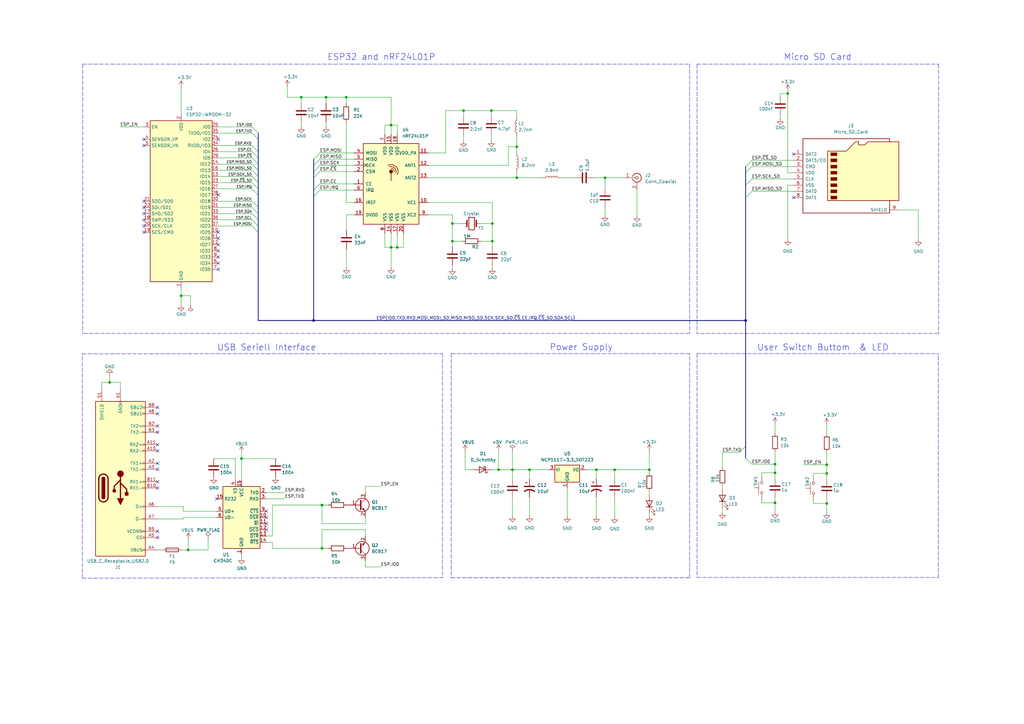
<source format=kicad_sch>
(kicad_sch (version 20211123) (generator eeschema)
  (paper "A3")
  (title_block (title "openDTU") (rev "1.0.1"))
  (lib_symbols
    (symbol "Connector:Conn_Coaxial" (pin_names (offset 1.016) hide)
      (property "Reference" "J" (at 0.254 3.048 0))
      (property "Value" "Conn_Coaxial" (at 2.921 0 90))
      (symbol "Conn_Coaxial_1_1"
        (pin passive line (at -5.08 0 0) (length 2.54) (name "In") (number "1"))
        (pin passive line (at 0 -5.08 90) (length 2.54) (name "Ext") (number "2"))
      )
    )
    (symbol "Connector:Micro_SD_Card" (pin_names (offset 1.016))
      (property "Reference" "J" (at -16.51 15.24 0))
      (property "Value" "Micro_SD_Card" (at 16.51 15.24 0))
      (symbol "Micro_SD_Card_1_1"
        (pin bidirectional line (at -22.86 7.62 0) (length 3.81) (name "DAT2") (number "1"))
        (pin bidirectional line (at -22.86 5.08 0) (length 3.81) (name "DAT3/CD") (number "2"))
        (pin input line (at -22.86 2.54 0) (length 3.81) (name "CMD") (number "3"))
        (pin power_in line (at -22.86 0 0) (length 3.81) (name "VDD") (number "4"))
        (pin input line (at -22.86 -2.54 0) (length 3.81) (name "CLK") (number "5"))
        (pin power_in line (at -22.86 -5.08 0) (length 3.81) (name "VSS") (number "6"))
        (pin bidirectional line (at -22.86 -7.62 0) (length 3.81) (name "DAT0") (number "7"))
        (pin bidirectional line (at -22.86 -10.16 0) (length 3.81) (name "DAT1") (number "8"))
        (pin passive line (at 20.32 -15.24 180) (length 3.81) (name "SHIELD") (number "9"))
      )
    )
    (symbol "Connector:USB_C_Plug" (pin_names (offset 1.016))
      (property "Reference" "P" (at -10.16 29.21 0))
      (property "Value" "USB_C_Plug" (at 10.16 29.21 0))
      (symbol "USB_C_Plug_1_1"
        (pin passive line (at 0 -40.64 90) (length 5.08) (name "GND") (number "A1"))
        (pin bidirectional line (at 15.24 -15.24 180) (length 5.08) (name "RX2-") (number "A10"))
        (pin bidirectional line (at 15.24 -17.78 180) (length 5.08) (name "RX2+") (number "A11"))
        (pin passive line (at 0 -40.64 90) (length 5.08) hide (name "GND") (number "A12"))
        (pin bidirectional line (at 15.24 -10.16 180) (length 5.08) (name "TX1+") (number "A2"))
        (pin bidirectional line (at 15.24 -7.62 180) (length 5.08) (name "TX1-") (number "A3"))
        (pin passive line (at 15.24 25.4 180) (length 5.08) (name "VBUS") (number "A4"))
        (pin bidirectional line (at 15.24 20.32 180) (length 5.08) (name "CC") (number "A5"))
        (pin bidirectional line (at 15.24 7.62 180) (length 5.08) (name "D+") (number "A6"))
        (pin bidirectional line (at 15.24 12.7 180) (length 5.08) (name "D-") (number "A7"))
        (pin bidirectional line (at 15.24 -30.48 180) (length 5.08) (name "SBU1") (number "A8"))
        (pin passive line (at 15.24 25.4 180) (length 5.08) hide (name "VBUS") (number "A9"))
        (pin passive line (at 0 -40.64 90) (length 5.08) hide (name "GND") (number "B1"))
        (pin bidirectional line (at 15.24 0 180) (length 5.08) (name "RX1-") (number "B10"))
        (pin bidirectional line (at 15.24 -2.54 180) (length 5.08) (name "RX1+") (number "B11"))
        (pin passive line (at 0 -40.64 90) (length 5.08) hide (name "GND") (number "B12"))
        (pin bidirectional line (at 15.24 -25.4 180) (length 5.08) (name "TX2+") (number "B2"))
        (pin bidirectional line (at 15.24 -22.86 180) (length 5.08) (name "TX2-") (number "B3"))
        (pin passive line (at 15.24 25.4 180) (length 5.08) hide (name "VBUS") (number "B4"))
        (pin bidirectional line (at 15.24 17.78 180) (length 5.08) (name "VCONN") (number "B5"))
        (pin bidirectional line (at 15.24 -33.02 180) (length 5.08) (name "SBU2") (number "B8"))
        (pin passive line (at 15.24 25.4 180) (length 5.08) hide (name "VBUS") (number "B9"))
        (pin passive line (at -7.62 -40.64 90) (length 5.08) (name "SHIELD") (number "S1"))
      )
    )
    (symbol "Device:C" (pin_numbers hide) (pin_names (offset 0.254))
      (property "Reference" "C" (at 0.635 2.54 0))
      (property "Value" "C" (at 0.635 -2.54 0))
      (symbol "C_1_1"
        (pin passive line (at 0 3.81 270) (length 2.794) (name "~") (number "1"))
        (pin passive line (at 0 -3.81 90) (length 2.794) (name "~") (number "2"))
      )
    )
    (symbol "Device:C_Polarized_US" (pin_numbers hide) (pin_names (offset 0.254) hide)
      (property "Reference" "C" (at 0.635 2.54 0))
      (property "Value" "C_Polarized_US" (at 0.635 -2.54 0))
      (symbol "C_Polarized_US_1_1"
        (pin passive line (at 0 3.81 270) (length 2.794) (name "~") (number "1"))
        (pin passive line (at 0 -3.81 90) (length 3.302) (name "~") (number "2"))
      )
    )
    (symbol "Device:Crystal" (pin_numbers hide) (pin_names (offset 1.016) hide)
      (property "Reference" "Y" (at 0 3.81 0))
      (property "Value" "Crystal" (at 0 -3.81 0))
      (symbol "Crystal_1_1"
        (pin passive line (at -3.81 0 0) (length 1.27) (name "1") (number "1"))
        (pin passive line (at 3.81 0 180) (length 1.27) (name "2") (number "2"))
      )
    )
    (symbol "Device:D_Schottky" (pin_numbers hide) (pin_names (offset 1.016) hide)
      (property "Reference" "D" (at 0 2.54 0))
      (property "Value" "D_Schottky" (at 0 -2.54 0))
      (symbol "D_Schottky_1_1"
        (pin passive line (at -3.81 0 0) (length 2.54) (name "K") (number "1"))
        (pin passive line (at 3.81 0 180) (length 2.54) (name "A") (number "2"))
      )
    )
    (symbol "Device:Fuse" (pin_numbers hide) (pin_names (offset 0))
      (property "Reference" "F" (at 2.032 0 90))
      (property "Value" "Fuse" (at -1.905 0 90))
      (symbol "Fuse_1_1"
        (pin passive line (at 0 3.81 270) (length 1.27) (name "~") (number "1"))
        (pin passive line (at 0 -3.81 90) (length 1.27) (name "~") (number "2"))
      )
    )
    (symbol "Device:L" (pin_numbers hide) (pin_names (offset 1.016) hide)
      (property "Reference" "L" (at -1.27 0 90))
      (property "Value" "L" (at 1.905 0 90))
      (symbol "L_1_1"
        (pin passive line (at 0 3.81 270) (length 1.27) (name "1") (number "1"))
        (pin passive line (at 0 -3.81 90) (length 1.27) (name "2") (number "2"))
      )
    )
    (symbol "Device:LED" (pin_numbers hide) (pin_names (offset 1.016) hide)
      (property "Reference" "D" (at 0 2.54 0))
      (property "Value" "LED" (at 0 -2.54 0))
      (symbol "LED_1_1"
        (pin passive line (at -3.81 0 0) (length 2.54) (name "K") (number "1"))
        (pin passive line (at 3.81 0 180) (length 2.54) (name "A") (number "2"))
      )
    )
    (symbol "Device:R" (pin_numbers hide) (pin_names (offset 0))
      (property "Reference" "R" (at 2.032 0 90))
      (property "Value" "R" (at 0 0 90))
      (symbol "R_1_1"
        (pin passive line (at 0 3.81 270) (length 1.27) (name "~") (number "1"))
        (pin passive line (at 0 -3.81 90) (length 1.27) (name "~") (number "2"))
      )
    )
    (symbol "Interface_USB:CH340C"
      (property "Reference" "U" (at -5.08 13.97 0))
      (property "Value" "CH340C" (at 1.27 13.97 0))
      (symbol "CH340C_1_1"
        (pin power_in line (at 0 -15.24 90) (length 2.54) (name "GND") (number "1"))
        (pin input line (at 10.16 0 180) (length 2.54) (name "~{DSR}") (number "10"))
        (pin input line (at 10.16 -2.54 180) (length 2.54) (name "~{RI}") (number "11"))
        (pin input line (at 10.16 -5.08 180) (length 2.54) (name "~{DCD}") (number "12"))
        (pin output line (at 10.16 -7.62 180) (length 2.54) (name "~{DTR}") (number "13"))
        (pin output line (at 10.16 -10.16 180) (length 2.54) (name "~{RTS}") (number "14"))
        (pin input line (at -10.16 7.62 0) (length 2.54) (name "R232") (number "15"))
        (pin power_in line (at 0 15.24 270) (length 2.54) (name "VCC") (number "16"))
        (pin output line (at 10.16 10.16 180) (length 2.54) (name "TXD") (number "2"))
        (pin input line (at 10.16 7.62 180) (length 2.54) (name "RXD") (number "3"))
        (pin passive line (at -2.54 15.24 270) (length 2.54) (name "V3") (number "4"))
        (pin bidirectional line (at -10.16 2.54 0) (length 2.54) (name "UD+") (number "5"))
        (pin bidirectional line (at -10.16 0 0) (length 2.54) (name "UD-") (number "6"))
        (pin no_connect line (at -7.62 -7.62 0) (length 2.54) hide (name "NC") (number "7"))
        (pin no_connect line (at -7.62 -10.16 0) (length 2.54) hide (name "NC") (number "8"))
        (pin input line (at 10.16 2.54 180) (length 2.54) (name "~{CTS}") (number "9"))
      )
    )
    (symbol "RF:nRF24L01P" (pin_names (offset 1.016))
      (property "Reference" "U" (at -11.43 17.78 0))
      (property "Value" "nRF24L01P" (at 5.08 17.78 0))
      (symbol "nRF24L01P_1_1"
        (pin input line (at -15.24 0 0) (length 3.81) (name "CE") (number "1"))
        (pin passive line (at 15.24 -7.62 180) (length 3.81) (name "XC1") (number "10"))
        (pin power_out line (at 15.24 12.7 180) (length 3.81) (name "VDD_PA") (number "11"))
        (pin passive line (at 15.24 7.62 180) (length 3.81) (name "ANT1") (number "12"))
        (pin passive line (at 15.24 2.54 180) (length 3.81) (name "ANT2") (number "13"))
        (pin power_in line (at 0 -20.32 90) (length 3.81) (name "VSS") (number "14"))
        (pin power_in line (at 0 20.32 270) (length 3.81) (name "VDD") (number "15"))
        (pin passive line (at -15.24 -7.62 0) (length 3.81) (name "IREF") (number "16"))
        (pin power_in line (at 2.54 -20.32 90) (length 3.81) (name "VSS") (number "17"))
        (pin power_in line (at 2.54 20.32 270) (length 3.81) (name "VDD") (number "18"))
        (pin power_out line (at -15.24 -12.7 0) (length 3.81) (name "DVDD") (number "19"))
        (pin input line (at -15.24 5.08 0) (length 3.81) (name "CSN") (number "2"))
        (pin power_in line (at 5.08 -20.32 90) (length 3.81) (name "VSS") (number "20"))
        (pin input clock (at -15.24 7.62 0) (length 3.81) (name "SCK") (number "3"))
        (pin input line (at -15.24 12.7 0) (length 3.81) (name "MOSI") (number "4"))
        (pin output line (at -15.24 10.16 0) (length 3.81) (name "MISO") (number "5"))
        (pin output line (at -15.24 -2.54 0) (length 3.81) (name "IRQ") (number "6"))
        (pin power_in line (at -2.54 20.32 270) (length 3.81) (name "VDD") (number "7"))
        (pin power_in line (at -2.54 -20.32 90) (length 3.81) (name "VSS") (number "8"))
        (pin passive line (at 15.24 -12.7 180) (length 3.81) (name "XC2") (number "9"))
      )
    )
    (symbol "RF_Module:ESP32-WROOM-32"
      (property "Reference" "U" (at -12.7 34.29 0))
      (property "Value" "ESP32-WROOM-32" (at 1.27 34.29 0))
      (symbol "ESP32-WROOM-32_1_1"
        (pin power_in line (at 0 -35.56 90) (length 2.54) (name "GND") (number "1"))
        (pin bidirectional line (at 15.24 -12.7 180) (length 2.54) (name "IO25") (number "10"))
        (pin bidirectional line (at 15.24 -15.24 180) (length 2.54) (name "IO26") (number "11"))
        (pin bidirectional line (at 15.24 -17.78 180) (length 2.54) (name "IO27") (number "12"))
        (pin bidirectional line (at 15.24 10.16 180) (length 2.54) (name "IO14") (number "13"))
        (pin bidirectional line (at 15.24 15.24 180) (length 2.54) (name "IO12") (number "14"))
        (pin passive line (at 0 -35.56 90) (length 2.54) hide (name "GND") (number "15"))
        (pin bidirectional line (at 15.24 12.7 180) (length 2.54) (name "IO13") (number "16"))
        (pin bidirectional line (at -15.24 -5.08 0) (length 2.54) (name "SHD/SD2") (number "17"))
        (pin bidirectional line (at -15.24 -7.62 0) (length 2.54) (name "SWP/SD3") (number "18"))
        (pin bidirectional line (at -15.24 -12.7 0) (length 2.54) (name "SCS/CMD") (number "19"))
        (pin power_in line (at 0 35.56 270) (length 2.54) (name "VDD") (number "2"))
        (pin bidirectional line (at -15.24 -10.16 0) (length 2.54) (name "SCK/CLK") (number "20"))
        (pin bidirectional line (at -15.24 0 0) (length 2.54) (name "SDO/SD0") (number "21"))
        (pin bidirectional line (at -15.24 -2.54 0) (length 2.54) (name "SDI/SD1") (number "22"))
        (pin bidirectional line (at 15.24 7.62 180) (length 2.54) (name "IO15") (number "23"))
        (pin bidirectional line (at 15.24 25.4 180) (length 2.54) (name "IO2") (number "24"))
        (pin bidirectional line (at 15.24 30.48 180) (length 2.54) (name "IO0") (number "25"))
        (pin bidirectional line (at 15.24 20.32 180) (length 2.54) (name "IO4") (number "26"))
        (pin bidirectional line (at 15.24 5.08 180) (length 2.54) (name "IO16") (number "27"))
        (pin bidirectional line (at 15.24 2.54 180) (length 2.54) (name "IO17") (number "28"))
        (pin bidirectional line (at 15.24 17.78 180) (length 2.54) (name "IO5") (number "29"))
        (pin input line (at -15.24 30.48 0) (length 2.54) (name "EN") (number "3"))
        (pin bidirectional line (at 15.24 0 180) (length 2.54) (name "IO18") (number "30"))
        (pin bidirectional line (at 15.24 -2.54 180) (length 2.54) (name "IO19") (number "31"))
        (pin no_connect line (at -12.7 -27.94 0) (length 2.54) hide (name "NC") (number "32"))
        (pin bidirectional line (at 15.24 -5.08 180) (length 2.54) (name "IO21") (number "33"))
        (pin bidirectional line (at 15.24 22.86 180) (length 2.54) (name "RXD0/IO3") (number "34"))
        (pin bidirectional line (at 15.24 27.94 180) (length 2.54) (name "TXD0/IO1") (number "35"))
        (pin bidirectional line (at 15.24 -7.62 180) (length 2.54) (name "IO22") (number "36"))
        (pin bidirectional line (at 15.24 -10.16 180) (length 2.54) (name "IO23") (number "37"))
        (pin passive line (at 0 -35.56 90) (length 2.54) hide (name "GND") (number "38"))
        (pin passive line (at 0 -35.56 90) (length 2.54) hide (name "GND") (number "39"))
        (pin input line (at -15.24 25.4 0) (length 2.54) (name "SENSOR_VP") (number "4"))
        (pin input line (at -15.24 22.86 0) (length 2.54) (name "SENSOR_VN") (number "5"))
        (pin input line (at 15.24 -25.4 180) (length 2.54) (name "IO34") (number "6"))
        (pin input line (at 15.24 -27.94 180) (length 2.54) (name "IO35") (number "7"))
        (pin bidirectional line (at 15.24 -20.32 180) (length 2.54) (name "IO32") (number "8"))
        (pin bidirectional line (at 15.24 -22.86 180) (length 2.54) (name "IO33") (number "9"))
      )
    )
    (symbol "Regulator_Linear:NCP1117-3.3_SOT223" (pin_names (offset 0.254))
      (property "Reference" "U" (at -3.81 3.175 0))
      (property "Value" "NCP1117-3.3_SOT223" (at 0 3.175 0))
      (symbol "NCP1117-3.3_SOT223_1_1"
        (pin power_in line (at 0 -7.62 90) (length 2.54) (name "GND") (number "1"))
        (pin power_out line (at 7.62 0 180) (length 2.54) (name "VO") (number "2"))
        (pin power_in line (at -7.62 0 0) (length 2.54) (name "VI") (number "3"))
      )
    )
    (symbol "Switch:SW_Push" (pin_numbers hide) (pin_names (offset 1.016) hide)
      (property "Reference" "SW" (at 1.27 2.54 0))
      (property "Value" "SW_Push" (at 0 -1.524 0))
      (symbol "SW_Push_0_1"
        (pin passive line (at -5.08 0 0) (length 2.54) (name "1") (number "1"))
        (pin passive line (at 5.08 0 180) (length 2.54) (name "2") (number "2"))
      )
    )
    (symbol "Transistor_BJT:BC817" (pin_names (offset 0) hide)
      (property "Reference" "Q" (at 5.08 1.905 0))
      (property "Value" "BC817" (at 5.08 0 0))
      (symbol "BC817_1_1"
        (pin input line (at -5.08 0 0) (length 5.715) (name "B") (number "1"))
        (pin passive line (at 2.54 -5.08 90) (length 2.54) (name "E") (number "2"))
        (pin passive line (at 2.54 5.08 270) (length 2.54) (name "C") (number "3"))
      )
    )
    (symbol "power:+3.3V" (power) (pin_names (offset 0))
      (property "Value" "+3.3V" (at 0 3.556 0))
      (symbol "+3.3V_1_1"
        (pin power_in line (at 0 0 90) (length 0) hide (name "+3.3V") (number "1"))
      )
    )
    (symbol "power:+5V" (power) (pin_names (offset 0))
      (property "Value" "+5V" (at 0 3.556 0))
      (symbol "+5V_1_1"
        (pin power_in line (at 0 0 90) (length 0) hide (name "+5V") (number "1"))
      )
    )
    (symbol "power:GND" (power) (pin_names (offset 0))
      (property "Value" "GND" (at 0 -3.81 0))
      (symbol "GND_1_1"
        (pin power_in line (at 0 0 270) (length 0) hide (name "GND") (number "1"))
      )
    )
    (symbol "power:PWR_FLAG" (power) (pin_numbers hide) (pin_names (offset 0) hide)
      (property "Value" "PWR_FLAG" (at 0 3.81 0))
      (symbol "PWR_FLAG_0_0"
        (pin power_out line (at 0 0 90) (length 0) (name "pwr") (number "1"))
      )
    )
    (symbol "power:VBUS" (power) (pin_names (offset 0))
      (property "Value" "VBUS" (at 0 3.81 0))
      (symbol "VBUS_1_1"
        (pin power_in line (at 0 0 90) (length 0) hide (name "VBUS") (number "1"))
      )
    )
  )
  (bus_alias "ESP" (members "MOSI" "MISO" "SCK" "CE" "IRQ" "~{CS}" "TXD" "RXD" "IO0" "MOSI_SD" "MISO_SD" "SCK_SD" "SDA" "SCL" "~{CS}_SD"))
  (junction (at 317.881 206.248))
  (junction (at 217.17 192.659))
  (junction (at 162.941 101.473))
  (junction (at 339.09 190.627))
  (junction (at 201.93 91.694))
  (junction (at 244.602 192.659))
  (junction (at 185.547 91.694))
  (junction (at 185.547 98.933))
  (junction (at 317.881 190.373))
  (junction (at 190.119 45.339))
  (junction (at 133.731 39.878))
  (junction (at 252.095 192.659))
  (junction (at 211.963 72.898))
  (junction (at 74.295 121.285))
  (junction (at 132.08 207.137))
  (junction (at 141.986 39.878))
  (junction (at 128.651 131.445))
  (junction (at 339.09 194.183))
  (junction (at 99.06 188.087))
  (junction (at 132.08 224.917))
  (junction (at 211.963 60.198))
  (junction (at 323.088 38.354))
  (junction (at 339.09 206.502))
  (junction (at 204.47 192.659))
  (junction (at 248.158 72.898))
  (junction (at 123.571 39.878))
  (junction (at 160.401 51.308))
  (junction (at 77.216 225.552))
  (junction (at 317.881 193.929))
  (junction (at 201.549 45.339))
  (junction (at 44.958 156.845))
  (junction (at 210.185 192.659))
  (junction (at 305.816 131.445))
  (junction (at 201.93 98.933))
  (junction (at 266.319 192.659))
  (junction (at 160.401 101.473))
  (no_connect (at 109.22 212.217))
  (no_connect (at 109.22 209.677))
  (no_connect (at 325.501 63.246))
  (no_connect (at 325.501 81.026))
  (no_connect (at 109.22 217.297))
  (no_connect (at 64.643 174.752))
  (no_connect (at 64.643 177.292))
  (no_connect (at 64.643 182.372))
  (no_connect (at 64.643 184.912))
  (no_connect (at 64.643 189.992))
  (no_connect (at 64.643 192.532))
  (no_connect (at 64.643 197.612))
  (no_connect (at 64.643 200.152))
  (no_connect (at 59.055 95.25))
  (no_connect (at 59.055 92.71))
  (no_connect (at 59.055 87.63))
  (no_connect (at 59.055 85.09))
  (no_connect (at 59.055 90.17))
  (no_connect (at 59.055 82.55))
  (no_connect (at 59.055 57.15))
  (no_connect (at 59.055 59.69))
  (no_connect (at 109.22 214.757))
  (no_connect (at 89.535 107.95))
  (no_connect (at 89.535 80.01))
  (no_connect (at 89.535 57.15))
  (no_connect (at 89.535 100.33))
  (no_connect (at 89.535 110.49))
  (no_connect (at 89.535 95.25))
  (no_connect (at 89.535 105.41))
  (no_connect (at 89.535 97.79))
  (no_connect (at 89.535 102.87))
  (no_connect (at 64.643 167.132))
  (no_connect (at 64.643 169.672))
  (no_connect (at 64.643 217.932))
  (no_connect (at 64.643 220.472))
  (no_connect (at 88.9 204.597))
  (bus_entry (at 128.651 72.898) (size 2.54 -2.54))
  (bus_entry (at 128.651 70.358) (size 2.54 -2.54))
  (bus_entry (at 128.651 65.278) (size 2.54 -2.54))
  (bus_entry (at 128.651 67.818) (size 2.54 -2.54))
  (bus_entry (at 128.651 77.978) (size 2.54 -2.54))
  (bus_entry (at 128.651 80.518) (size 2.54 -2.54))
  (bus_entry (at 103.378 74.93) (size 2.54 2.54))
  (bus_entry (at 103.378 72.39) (size 2.54 2.54))
  (bus_entry (at 103.378 69.85) (size 2.54 2.54))
  (bus_entry (at 103.378 87.63) (size 2.54 2.54))
  (bus_entry (at 305.816 187.833) (size 2.54 2.54))
  (bus_entry (at 103.378 90.17) (size 2.54 2.54))
  (bus_entry (at 103.378 67.31) (size 2.54 2.54))
  (bus_entry (at 305.816 68.326) (size 2.54 -2.54))
  (bus_entry (at 103.378 59.69) (size 2.54 2.54))
  (bus_entry (at 103.378 52.07) (size 2.54 2.54))
  (bus_entry (at 103.378 54.61) (size 2.54 2.54))
  (bus_entry (at 103.378 85.09) (size 2.54 2.54))
  (bus_entry (at 103.378 64.77) (size 2.54 2.54))
  (bus_entry (at 103.378 92.71) (size 2.54 2.54))
  (bus_entry (at 103.378 82.55) (size 2.54 2.54))
  (bus_entry (at 103.378 77.47) (size 2.54 2.54))
  (bus_entry (at 103.378 62.23) (size 2.54 2.54))
  (bus_entry (at 303.276 185.547) (size 2.54 -2.54))
  (bus_entry (at 305.816 81.026) (size 2.54 -2.54))
  (bus_entry (at 305.816 75.946) (size 2.54 -2.54))
  (bus_entry (at 305.816 70.866) (size 2.54 -2.54))
  (wire (pts (xy 99.06 188.087) (xy 113.03 188.087)))
  (wire (pts (xy 89.535 52.07) (xy 103.378 52.07)))
  (wire (pts (xy 248.158 72.898) (xy 256.159 72.898)))
  (bus (pts (xy 105.918 85.09) (xy 105.918 87.63)))
  (wire (pts (xy 89.535 64.77) (xy 103.378 64.77)))
  (wire (pts (xy 162.941 101.473) (xy 160.401 101.473)))
  (wire (pts (xy 296.291 185.547) (xy 303.276 185.547)))
  (wire (pts (xy 99.06 185.547) (xy 99.06 188.087)))
  (wire (pts (xy 201.93 98.933) (xy 201.93 101.219)))
  (wire (pts (xy 296.291 208.2038) (xy 296.291 210.0834)))
  (wire (pts (xy 89.535 87.63) (xy 103.378 87.63)))
  (wire (pts (xy 131.191 75.438) (xy 145.161 75.438)))
  (wire (pts (xy 190.754 185.039) (xy 190.754 192.659)))
  (wire (pts (xy 339.09 174.117) (xy 339.09 177.927)))
  (wire (pts (xy 333.629 205.359) (xy 333.629 206.502)))
  (bus (pts (xy 105.918 67.31) (xy 105.918 69.85)))
  (bus (pts (xy 105.918 62.23) (xy 105.918 64.77)))
  (polyline (pts (xy 285.877 26.289) (xy 285.877 136.779)))
  (wire (pts (xy 232.664 200.279) (xy 232.664 211.709)))
  (wire (pts (xy 308.356 78.486) (xy 325.501 78.486)))
  (bus (pts (xy 305.816 68.326) (xy 305.816 70.866)))
  (wire (pts (xy 160.401 95.758) (xy 160.401 101.473)))
  (wire (pts (xy 368.681 86.106) (xy 376.682 86.106)))
  (wire (pts (xy 244.602 192.659) (xy 252.095 192.659)))
  (wire (pts (xy 131.191 62.738) (xy 145.161 62.738)))
  (wire (pts (xy 266.319 184.785) (xy 266.319 192.659)))
  (wire (pts (xy 211.963 48.133) (xy 211.963 45.339)))
  (wire (pts (xy 308.356 73.406) (xy 325.501 73.406)))
  (wire (pts (xy 75.184 207.772) (xy 75.184 209.677)))
  (wire (pts (xy 142.113 102.108) (xy 142.113 109.728)))
  (wire (pts (xy 252.095 203.962) (xy 252.095 211.963)))
  (wire (pts (xy 323.088 37.211) (xy 323.088 38.354)))
  (bus (pts (xy 105.918 57.15) (xy 105.918 62.23)))
  (polyline (pts (xy 384.937 26.289) (xy 384.937 136.779)))
  (wire (pts (xy 201.93 98.933) (xy 197.231 98.933)))
  (wire (pts (xy 49.403 159.512) (xy 49.403 156.845)))
  (wire (pts (xy 85.344 220.98) (xy 85.344 225.552)))
  (wire (pts (xy 312.42 193.929) (xy 317.881 193.929)))
  (wire (pts (xy 211.963 60.198) (xy 211.963 62.738)))
  (bus (pts (xy 105.918 80.01) (xy 105.918 85.09)))
  (bus (pts (xy 105.918 131.445) (xy 128.651 131.445)))
  (wire (pts (xy 230.124 72.898) (xy 235.839 72.898)))
  (wire (pts (xy 323.088 38.354) (xy 323.088 70.866)))
  (wire (pts (xy 89.535 59.69) (xy 103.378 59.69)))
  (wire (pts (xy 123.571 39.878) (xy 133.731 39.878)))
  (wire (pts (xy 185.547 108.839) (xy 185.547 110.109)))
  (wire (pts (xy 133.731 39.878) (xy 141.986 39.878)))
  (wire (pts (xy 185.547 98.933) (xy 189.611 98.933)))
  (bus (pts (xy 105.918 69.85) (xy 105.918 72.39)))
  (wire (pts (xy 74.295 35.687) (xy 74.295 46.99)))
  (wire (pts (xy 248.158 84.963) (xy 248.158 88.265)))
  (wire (pts (xy 201.549 55.372) (xy 201.549 57.658)))
  (wire (pts (xy 208.534 60.198) (xy 211.963 60.198)))
  (wire (pts (xy 201.676 192.659) (xy 204.47 192.659)))
  (wire (pts (xy 190.119 47.879) (xy 190.119 45.339)))
  (wire (pts (xy 89.535 90.17) (xy 103.378 90.17)))
  (wire (pts (xy 131.191 67.818) (xy 145.161 67.818)))
  (wire (pts (xy 64.643 225.552) (xy 66.802 225.552)))
  (wire (pts (xy 75.184 212.217) (xy 75.184 212.852)))
  (wire (pts (xy 41.783 156.845) (xy 44.958 156.845)))
  (wire (pts (xy 44.958 156.845) (xy 49.403 156.845)))
  (wire (pts (xy 210.185 192.659) (xy 210.185 196.469)))
  (wire (pts (xy 339.09 206.502) (xy 339.09 210.185)))
  (wire (pts (xy 131.191 65.278) (xy 145.161 65.278)))
  (wire (pts (xy 312.42 194.945) (xy 312.42 193.929)))
  (wire (pts (xy 261.239 77.978) (xy 261.239 88.519)))
  (polyline (pts (xy 285.877 145.034) (xy 285.877 236.855)))
  (wire (pts (xy 376.682 86.106) (xy 376.682 98.171)))
  (wire (pts (xy 190.754 192.659) (xy 194.056 192.659)))
  (wire (pts (xy 142.113 88.138) (xy 142.113 94.488)))
  (wire (pts (xy 149.86 217.297) (xy 149.86 219.837)))
  (wire (pts (xy 75.184 212.852) (xy 64.643 212.852)))
  (wire (pts (xy 117.856 35.433) (xy 117.856 39.878)))
  (wire (pts (xy 210.185 185.039) (xy 210.185 192.659)))
  (bus (pts (xy 105.918 74.93) (xy 105.918 77.47)))
  (wire (pts (xy 141.986 50.165) (xy 141.986 83.058)))
  (wire (pts (xy 211.963 70.358) (xy 211.963 72.898)))
  (bus (pts (xy 105.918 95.25) (xy 105.918 131.445)))
  (wire (pts (xy 132.08 207.137) (xy 132.08 214.757)))
  (wire (pts (xy 64.643 207.772) (xy 75.184 207.772)))
  (wire (pts (xy 266.319 192.659) (xy 252.095 192.659)))
  (wire (pts (xy 132.08 207.137) (xy 134.62 207.137)))
  (wire (pts (xy 96.52 188.087) (xy 87.63 188.087)))
  (wire (pts (xy 44.958 153.924) (xy 44.958 156.845)))
  (wire (pts (xy 149.86 199.517) (xy 156.21 199.517)))
  (polyline (pts (xy 285.877 26.289) (xy 384.937 26.289)))
  (wire (pts (xy 162.941 51.308) (xy 160.401 51.308)))
  (wire (pts (xy 296.291 199.3138) (xy 296.291 200.5838)))
  (wire (pts (xy 89.535 67.31) (xy 103.378 67.31)))
  (wire (pts (xy 243.459 72.898) (xy 248.158 72.898)))
  (bus (pts (xy 128.651 65.278) (xy 128.651 67.818)))
  (wire (pts (xy 320.04 39.624) (xy 320.04 38.354)))
  (wire (pts (xy 160.401 51.308) (xy 160.401 55.118)))
  (wire (pts (xy 132.08 224.917) (xy 134.62 224.917)))
  (wire (pts (xy 296.291 185.547) (xy 296.291 191.6938)))
  (wire (pts (xy 201.93 108.839) (xy 201.93 109.982)))
  (wire (pts (xy 329.565 190.627) (xy 339.09 190.627)))
  (wire (pts (xy 157.861 95.758) (xy 157.861 101.473)))
  (wire (pts (xy 317.881 173.863) (xy 317.881 177.673)))
  (wire (pts (xy 77.216 225.552) (xy 85.344 225.552)))
  (wire (pts (xy 111.76 219.837) (xy 109.22 219.837)))
  (wire (pts (xy 308.356 68.326) (xy 325.501 68.326)))
  (wire (pts (xy 308.356 65.786) (xy 325.501 65.786)))
  (polyline (pts (xy 185.039 145.034) (xy 185.039 145.161)))
  (polyline (pts (xy 33.782 145.161) (xy 181.483 145.034)))
  (wire (pts (xy 59.055 52.07) (xy 49.276 52.07)))
  (wire (pts (xy 89.535 72.39) (xy 103.378 72.39)))
  (wire (pts (xy 185.547 98.933) (xy 185.547 101.219)))
  (wire (pts (xy 78.105 121.285) (xy 78.105 125.095)))
  (wire (pts (xy 266.319 210.439) (xy 266.319 211.709)))
  (polyline (pts (xy 181.483 145.034) (xy 181.483 236.982)))
  (wire (pts (xy 111.76 207.137) (xy 132.08 207.137)))
  (wire (pts (xy 201.549 45.339) (xy 211.963 45.339)))
  (wire (pts (xy 165.481 101.473) (xy 162.941 101.473)))
  (wire (pts (xy 339.09 185.547) (xy 339.09 190.627)))
  (wire (pts (xy 89.535 92.71) (xy 103.378 92.71)))
  (wire (pts (xy 333.629 206.502) (xy 339.09 206.502)))
  (wire (pts (xy 165.481 95.758) (xy 165.481 101.473)))
  (wire (pts (xy 185.547 91.694) (xy 189.611 91.694)))
  (polyline (pts (xy 285.877 236.855) (xy 384.81 236.855)))
  (wire (pts (xy 317.881 190.373) (xy 317.881 193.929)))
  (wire (pts (xy 320.04 38.354) (xy 323.088 38.354)))
  (bus (pts (xy 105.918 54.61) (xy 105.918 57.15)))
  (wire (pts (xy 132.08 214.757) (xy 149.86 214.757)))
  (wire (pts (xy 89.535 85.09) (xy 103.378 85.09)))
  (wire (pts (xy 41.783 156.845) (xy 41.783 159.512)))
  (wire (pts (xy 210.185 192.659) (xy 217.17 192.659)))
  (wire (pts (xy 320.04 47.244) (xy 320.04 48.641)))
  (wire (pts (xy 132.08 224.917) (xy 111.76 224.917)))
  (bus (pts (xy 105.918 90.17) (xy 105.918 92.71)))
  (wire (pts (xy 149.86 229.997) (xy 149.86 232.537)))
  (wire (pts (xy 157.861 51.308) (xy 160.401 51.308)))
  (wire (pts (xy 333.629 194.183) (xy 339.09 194.183)))
  (wire (pts (xy 244.602 203.962) (xy 244.602 211.709)))
  (wire (pts (xy 109.22 202.057) (xy 116.84 202.057)))
  (wire (pts (xy 88.9 212.217) (xy 75.184 212.217)))
  (wire (pts (xy 160.401 39.878) (xy 160.401 51.308)))
  (polyline (pts (xy 185.039 236.982) (xy 282.829 236.982)))
  (wire (pts (xy 208.534 67.818) (xy 208.534 60.198)))
  (wire (pts (xy 74.295 118.11) (xy 74.295 121.285)))
  (wire (pts (xy 141.986 83.058) (xy 145.161 83.058)))
  (bus (pts (xy 305.816 183.007) (xy 305.816 187.833)))
  (wire (pts (xy 339.09 204.216) (xy 339.09 206.502)))
  (wire (pts (xy 266.319 193.929) (xy 266.319 192.659)))
  (polyline (pts (xy 384.81 236.855) (xy 384.81 145.034)))
  (wire (pts (xy 117.856 39.878) (xy 123.571 39.878)))
  (wire (pts (xy 211.963 55.753) (xy 211.963 60.198)))
  (wire (pts (xy 132.08 224.917) (xy 132.08 217.297)))
  (wire (pts (xy 217.17 192.659) (xy 225.044 192.659)))
  (wire (pts (xy 111.76 224.917) (xy 111.76 222.377)))
  (bus (pts (xy 128.651 70.358) (xy 128.651 72.898)))
  (wire (pts (xy 89.535 74.93) (xy 103.378 74.93)))
  (bus (pts (xy 128.651 131.445) (xy 305.816 131.445)))
  (polyline (pts (xy 33.909 26.289) (xy 282.829 26.289)))
  (wire (pts (xy 109.22 204.597) (xy 116.84 204.597)))
  (wire (pts (xy 185.547 88.138) (xy 185.547 91.694)))
  (wire (pts (xy 89.535 62.23) (xy 103.378 62.23)))
  (bus (pts (xy 128.651 72.898) (xy 128.651 77.978)))
  (wire (pts (xy 185.547 91.694) (xy 185.547 98.933)))
  (wire (pts (xy 74.295 121.285) (xy 74.295 125.095)))
  (wire (pts (xy 75.184 209.677) (xy 88.9 209.677)))
  (wire (pts (xy 89.535 82.55) (xy 103.378 82.55)))
  (wire (pts (xy 266.319 201.549) (xy 266.319 202.819)))
  (polyline (pts (xy 282.829 26.289) (xy 282.829 136.779)))
  (bus (pts (xy 305.816 75.946) (xy 305.816 81.026)))
  (bus (pts (xy 105.918 77.47) (xy 105.918 80.01)))
  (wire (pts (xy 339.09 190.627) (xy 339.09 194.183)))
  (wire (pts (xy 339.09 194.183) (xy 339.09 196.596)))
  (wire (pts (xy 182.753 62.738) (xy 175.641 62.738)))
  (polyline (pts (xy 282.829 236.982) (xy 282.829 145.034)))
  (wire (pts (xy 123.571 39.878) (xy 123.571 42.418)))
  (bus (pts (xy 305.816 70.866) (xy 305.816 75.946)))
  (wire (pts (xy 252.095 196.342) (xy 252.095 192.659)))
  (bus (pts (xy 105.918 64.77) (xy 105.918 67.31)))
  (wire (pts (xy 99.06 188.087) (xy 99.06 196.977)))
  (wire (pts (xy 211.963 72.898) (xy 222.504 72.898)))
  (polyline (pts (xy 33.782 237.109) (xy 181.483 236.982)))
  (wire (pts (xy 175.641 88.138) (xy 185.547 88.138)))
  (wire (pts (xy 190.119 55.499) (xy 190.119 57.785)))
  (wire (pts (xy 182.753 45.339) (xy 190.119 45.339)))
  (wire (pts (xy 111.76 219.837) (xy 111.76 207.137)))
  (wire (pts (xy 197.231 91.694) (xy 201.93 91.694)))
  (wire (pts (xy 123.571 50.038) (xy 123.571 51.943)))
  (wire (pts (xy 317.881 206.248) (xy 317.881 209.931)))
  (wire (pts (xy 145.161 88.138) (xy 142.113 88.138)))
  (wire (pts (xy 323.088 75.946) (xy 325.501 75.946)))
  (wire (pts (xy 317.881 203.962) (xy 317.881 206.248)))
  (wire (pts (xy 89.535 54.61) (xy 103.378 54.61)))
  (wire (pts (xy 96.52 196.977) (xy 96.52 188.087)))
  (bus (pts (xy 128.651 67.818) (xy 128.651 70.358)))
  (bus (pts (xy 105.918 92.71) (xy 105.918 95.25)))
  (wire (pts (xy 244.602 192.659) (xy 244.602 196.342)))
  (wire (pts (xy 175.641 83.058) (xy 201.93 83.058)))
  (wire (pts (xy 131.191 77.978) (xy 145.161 77.978)))
  (wire (pts (xy 149.86 232.537) (xy 156.21 232.537)))
  (wire (pts (xy 217.17 204.089) (xy 217.17 211.582)))
  (wire (pts (xy 210.185 204.089) (xy 210.185 211.582)))
  (polyline (pts (xy 33.782 237.109) (xy 33.782 145.161)))
  (wire (pts (xy 175.641 67.818) (xy 208.534 67.818)))
  (polyline (pts (xy 285.877 145.034) (xy 384.81 145.034)))
  (bus (pts (xy 305.816 131.445) (xy 305.816 183.007)))
  (wire (pts (xy 162.941 55.118) (xy 162.941 51.308)))
  (wire (pts (xy 201.93 91.694) (xy 201.93 98.933)))
  (wire (pts (xy 99.06 228.727) (xy 99.06 227.457)))
  (wire (pts (xy 160.401 101.473) (xy 160.401 109.728)))
  (wire (pts (xy 308.356 190.373) (xy 317.881 190.373)))
  (wire (pts (xy 248.158 72.898) (xy 248.158 77.343)))
  (wire (pts (xy 312.42 206.248) (xy 317.881 206.248)))
  (bus (pts (xy 128.651 80.518) (xy 128.651 131.445)))
  (wire (pts (xy 240.284 192.659) (xy 244.602 192.659)))
  (bus (pts (xy 305.816 81.026) (xy 305.816 131.445)))
  (wire (pts (xy 162.941 95.758) (xy 162.941 101.473)))
  (wire (pts (xy 111.76 222.377) (xy 109.22 222.377)))
  (wire (pts (xy 182.753 45.339) (xy 182.753 62.738)))
  (wire (pts (xy 74.422 225.552) (xy 77.216 225.552)))
  (wire (pts (xy 201.549 47.752) (xy 201.549 45.339)))
  (wire (pts (xy 141.986 39.878) (xy 160.401 39.878)))
  (polyline (pts (xy 384.937 136.779) (xy 285.877 136.779)))
  (wire (pts (xy 201.93 83.058) (xy 201.93 91.694)))
  (wire (pts (xy 157.861 101.473) (xy 160.401 101.473)))
  (wire (pts (xy 149.86 199.517) (xy 149.86 202.057)))
  (wire (pts (xy 133.731 50.038) (xy 133.731 51.943)))
  (bus (pts (xy 128.651 77.978) (xy 128.651 80.518)))
  (polyline (pts (xy 282.829 145.034) (xy 185.039 145.034)))
  (bus (pts (xy 105.918 72.39) (xy 105.918 74.93)))
  (wire (pts (xy 323.088 70.866) (xy 325.501 70.866)))
  (wire (pts (xy 317.881 193.929) (xy 317.881 196.342)))
  (wire (pts (xy 157.861 55.118) (xy 157.861 51.308)))
  (wire (pts (xy 204.47 184.912) (xy 204.47 192.659)))
  (wire (pts (xy 175.641 72.898) (xy 211.963 72.898)))
  (wire (pts (xy 317.881 185.293) (xy 317.881 190.373)))
  (wire (pts (xy 77.216 225.552) (xy 77.216 221.107)))
  (polyline (pts (xy 185.039 145.034) (xy 185.039 236.982)))
  (wire (pts (xy 323.088 75.946) (xy 323.088 98.044)))
  (wire (pts (xy 131.191 70.358) (xy 145.161 70.358)))
  (wire (pts (xy 312.42 205.105) (xy 312.42 206.248)))
  (polyline (pts (xy 33.909 26.289) (xy 33.909 136.779)))
  (wire (pts (xy 89.535 77.47) (xy 103.378 77.47)))
  (polyline (pts (xy 282.829 136.779) (xy 33.909 136.779)))
  (wire (pts (xy 78.105 121.285) (xy 74.295 121.285)))
  (wire (pts (xy 204.47 192.659) (xy 210.185 192.659)))
  (wire (pts (xy 217.17 192.659) (xy 217.17 196.469)))
  (wire (pts (xy 190.119 45.339) (xy 201.549 45.339)))
  (wire (pts (xy 133.731 39.878) (xy 133.731 42.418)))
  (wire (pts (xy 132.08 217.297) (xy 149.86 217.297)))
  (wire (pts (xy 89.535 69.85) (xy 103.378 69.85)))
  (bus (pts (xy 105.918 87.63) (xy 105.918 90.17)))
  (wire (pts (xy 333.629 195.199) (xy 333.629 194.183)))
  (wire (pts (xy 141.986 39.878) (xy 141.986 42.545)))
  (wire (pts (xy 149.86 212.217) (xy 149.86 214.757)))
  (text "Micro SD Card" (at 321.437 25.019 0) (effects (font (size 2.54 2.54)) (justify left bottom)))
  (text "USB Seriell Interface\n" (at 89.027 144.145 0) (effects (font (size 2.54 2.54)) (justify left bottom)))
  (text "User Switch Buttom  & LED" (at 310.515 144.145 0) (effects (font (size 2.54 2.54)) (justify left bottom)))
  (text "ESP32 and nRF24L01P" (at 134.239 25.019 0) (effects (font (size 2.54 2.54)) (justify left bottom)))
  (text "Power Supply" (at 225.425 144.018 0) (effects (font (size 2.54 2.54)) (justify left bottom)))
  (label "ESP.SCK" (at 131.191 67.818 0))
  (label "ESP.IRQ" (at 103.378 77.47 180) (effects (font (size 1.0668 1.0668))))
  (label "ESP.MISO" (at 103.378 85.09 180) (effects (font (size 1.0668 1.0668))))
  (label "ESP.RXD" (at 103.251 59.69 180) (effects (font (size 1.0668 1.0668))))
  (label "ESP.IO0" (at 156.21 232.537 0))
  (label "ESP.SCK_SD" (at 103.378 72.39 180) (effects (font (size 1.0668 1.0668))))
  (label "ESP.~{CS}_SD" (at 103.378 74.93 180) (effects (font (size 1.0668 1.0668))))
  (label "ESP.~{CS}" (at 131.191 70.358 0))
  (label "ESP.MOSI_SD" (at 103.378 69.85 180) (effects (font (size 1.0668 1.0668))))
  (label "ESP.TXD" (at 116.84 204.597 0))
  (label "ESP.MISO_SD" (at 308.356 78.486 0))
  (label "ESP.MISO" (at 131.191 65.278 0))
  (label "ESP.MOSI" (at 131.191 62.738 0))
  (label "ESP.IO0" (at 308.356 190.373 0))
  (label "ESP.SCK_SD" (at 308.356 73.406 0))
  (label "ESP{IO0,TXD,RXD,MOSI,MOSI_SD,MISO,MISO_SD,SCK,SCK_SD,~{CS},CE,IRQ,~{CS}_SD,SDA,SCL}" (at 154.305 131.445 0))
  (label "ESP.RXD" (at 116.84 202.057 0))
  (label "ESP.MISO_SD" (at 103.378 67.31 180) (effects (font (size 1.0668 1.0668))))
  (label "ESP.SDA" (at 103.378 87.63 180) (effects (font (size 1.0668 1.0668))))
  (label "ESP_EN" (at 329.565 190.627 0))
  (label "ESP_EN" (at 49.276 52.07 0))
  (label "ESP.TXD" (at 296.291 185.547 0))
  (label "ESP.SCL" (at 103.378 90.17 180) (effects (font (size 1.0668 1.0668))))
  (label "ESP.TXD" (at 103.378 54.61 180) (effects (font (size 1.0668 1.0668))))
  (label "ESP_EN" (at 156.21 199.517 0))
  (label "ESP.MOSI" (at 103.378 92.71 180) (effects (font (size 1.0668 1.0668))))
  (label "ESP.SCK" (at 103.378 82.55 180) (effects (font (size 1.0668 1.0668))))
  (label "ESP.MOSI_SD" (at 308.356 68.326 0))
  (label "ESP.~{CS}" (at 103.378 64.77 180) (effects (font (size 1.0668 1.0668))))
  (label "ESP.IRQ" (at 131.191 77.978 0))
  (label "ESP.CE" (at 131.191 75.438 0))
  (label "ESP.CE" (at 103.378 62.23 180) (effects (font (size 1.0668 1.0668))))
  (label "ESP.IO0" (at 103.378 52.07 180) (effects (font (size 1.0668 1.0668))))
  (label "ESP.~{CS}_SD" (at 308.356 65.786 0))
  (symbol (lib_id "power:GND") (at 339.09 210.185 0) (unit 1)
    (property "Reference" "#PWR024" (effects hide))
    (property "Value" "GND" (at 339.09 213.868 0))
  )
  (symbol (lib_id "power:GND") (at 44.958 153.924 0) (mirror x) (unit 1)
    (property "Reference" "#PWR013" (effects hide))
    (property "Value" "GND" (at 44.958 150.368 0))
  )
  (symbol (lib_id "power:GND") (at 376.682 98.171 0) (unit 1)
    (property "Reference" "#PWR03" (effects hide))
    (property "Value" "GND" (at 376.682 103.124 0))
  )
  (symbol (lib_id "power:GND") (at 261.239 88.519 0) (unit 1)
    (property "Reference" "#PWR0108" (effects hide))
    (property "Value" "GND" (at 261.239 92.329 0))
  )
  (symbol (lib_id "power:GND") (at 320.04 48.641 0) (unit 1)
    (property "Reference" "#PWR0111" (effects hide))
    (property "Value" "GND" (at 320.04 52.324 0))
  )
  (symbol (lib_id "power:GND") (at 133.731 51.943 0) (unit 1)
    (property "Reference" "#PWR0101" (effects hide))
    (property "Value" "GND" (at 133.731 55.753 0))
  )
  (symbol (lib_id "Device:C") (at 201.549 51.562 0) (unit 1)
    (property "Reference" "C7" (at 204.089 50.292 0) (effects (justify left)))
    (property "Value" "4.7pF" (at 204.089 52.832 0) (effects (justify left)))
    (property "Footprint" "Capacitor_SMD:C_0603_1608Metric_Pad1.08x0.95mm_HandSolder" (effects hide))
  )
  (symbol (lib_id "power:GND") (at 123.571 51.943 0) (unit 1)
    (property "Reference" "#PWR0103" (effects hide))
    (property "Value" "GND" (at 123.571 55.753 0))
  )
  (symbol (lib_id "Device:R") (at 339.09 181.737 0) (unit 1)
    (property "Reference" "R6" (at 341.249 180.4669 0) (effects (justify left)))
    (property "Value" "10k" (at 341.249 183.0069 0) (effects (justify left)))
    (property "Footprint" "Resistor_SMD:R_0603_1608Metric_Pad0.98x0.95mm_HandSolder" (effects hide))
  )
  (symbol (lib_id "power:GND") (at 113.03 195.707 0) (unit 1)
    (property "Reference" "#PWR020" (effects hide))
    (property "Value" "GND" (at 113.157 200.1012 0))
  )
  (symbol (lib_id "Device:Crystal") (at 193.421 91.694 180) (unit 1)
    (property "Reference" "Y1" (at 197.231 93.472 0))
    (property "Value" "Crystal" (at 193.421 87.63 0))
    (property "Footprint" "Crystal:Crystal_SMD_3225-4Pin_3.2x2.5mm" (effects hide))
  )
  (symbol (lib_id "Device:LED") (at 266.319 206.629 90) (unit 1)
    (property "Reference" "D2" (at 268.9606 206.4766 90) (effects (justify right)))
    (property "Value" "LED" (at 268.9606 209.0166 90) (effects (justify right)))
    (property "Footprint" "LED_SMD:LED_0603_1608Metric_Pad1.05x0.95mm_HandSolder" (effects hide))
  )
  (symbol (lib_id "Device:LED") (at 296.291 204.3938 90) (unit 1)
    (property "Reference" "D3" (at 298.9326 204.2414 90) (effects (justify right)))
    (property "Value" "LED" (at 298.9326 206.7814 90) (effects (justify right)))
    (property "Footprint" "LED_SMD:LED_0603_1608Metric_Pad1.05x0.95mm_HandSolder" (effects hide))
  )
  (symbol (lib_id "Device:R") (at 193.421 98.933 90) (unit 1)
    (property "Reference" "R2" (at 194.945 101.219 90))
    (property "Value" "1M" (at 191.516 96.901 90))
    (property "Footprint" "Resistor_SMD:R_0603_1608Metric_Pad0.98x0.95mm_HandSolder" (effects hide))
  )
  (symbol (lib_id "power:GND") (at 317.881 209.931 0) (unit 1)
    (property "Reference" "#PWR023" (effects hide))
    (property "Value" "GND" (at 317.881 213.614 0))
  )
  (symbol (lib_id "Device:C") (at 185.547 105.029 0) (unit 1)
    (property "Reference" "C5" (at 188.468 103.759 0) (effects (justify left)))
    (property "Value" "22pF" (at 188.468 106.299 0) (effects (justify left)))
    (property "Footprint" "Capacitor_SMD:C_0603_1608Metric_Pad1.08x0.95mm_HandSolder" (effects hide))
  )
  (symbol (lib_id "power:PWR_FLAG") (at 210.185 185.039 0) (unit 1)
    (property "Reference" "#FLG0101" (effects hide))
    (property "Value" "PWR_FLAG" (at 211.963 181.356 0))
  )
  (symbol (lib_id "Device:L") (at 226.314 72.898 90) (unit 1)
    (property "Reference" "L3" (at 226.314 67.31 90))
    (property "Value" "3.9nH" (at 226.314 69.85 90))
    (property "Footprint" "Inductor_SMD:L_0603_1608Metric_Pad1.05x0.95mm_HandSolder" (effects hide))
  )
  (symbol (lib_id "Device:R") (at 266.319 197.739 180) (unit 1)
    (property "Reference" "R7" (at 262.509 200.279 90) (effects (justify right)))
    (property "Value" "10k" (at 264.287 200.152 90) (effects (justify right)))
    (property "Footprint" "Resistor_SMD:R_0603_1608Metric" (effects hide))
  )
  (symbol (lib_id "Device:C") (at 142.113 98.298 0) (unit 1)
    (property "Reference" "C4" (at 145.288 97.0279 0) (effects (justify left)))
    (property "Value" "33nF" (at 145.288 99.5679 0) (effects (justify left)))
    (property "Footprint" "Capacitor_SMD:C_0603_1608Metric_Pad1.08x0.95mm_HandSolder" (effects hide))
  )
  (symbol (lib_id "power:GND") (at 296.291 210.0834 0) (unit 1)
    (property "Reference" "#PWR026" (effects hide))
    (property "Value" "GND" (at 296.291 215.0364 0))
  )
  (symbol (lib_id "power:GND") (at 244.602 211.709 0) (unit 1)
    (property "Reference" "#PWR017" (effects hide))
    (property "Value" "GND" (at 244.602 216.662 0))
  )
  (symbol (lib_id "Device:L") (at 211.963 51.943 180) (unit 1)
    (property "Reference" "L1" (at 212.598 50.6729 0) (effects (justify right)))
    (property "Value" "2.7nH" (at 212.598 53.2129 0) (effects (justify right)))
    (property "Footprint" "Inductor_SMD:L_0603_1608Metric_Pad1.05x0.95mm_HandSolder" (effects hide))
  )
  (symbol (lib_id "power:VBUS") (at 77.216 221.107 0) (unit 1)
    (property "Reference" "#PWR021" (effects hide))
    (property "Value" "VBUS" (at 76.962 217.424 0))
  )
  (symbol (lib_id "Device:R") (at 296.291 195.5038 180) (unit 1)
    (property "Reference" "R8" (at 292.481 198.0438 90) (effects (justify right)))
    (property "Value" "10k" (at 294.259 197.9168 90) (effects (justify right)))
    (property "Footprint" "Resistor_SMD:R_0603_1608Metric" (effects hide))
  )
  (symbol (lib_id "power:+3.3V") (at 317.881 173.863 0) (unit 1)
    (property "Reference" "#PWR04" (effects hide))
    (property "Value" "+3.3V" (at 319.151 169.926 0))
  )
  (symbol (lib_id "power:+3.3V") (at 117.856 35.433 0) (unit 1)
    (property "Reference" "#PWR0102" (effects hide))
    (property "Value" "+3.3V" (at 119.126 31.496 0))
  )
  (symbol (lib_id "Switch:SW_Push") (at 333.629 200.279 90) (unit 1)
    (property "Reference" "SW2" (at 331.089 195.453 0) (effects (justify right)))
    (property "Value" "SW_Push" (effects hide))
    (property "Footprint" "Button_Switch_SMD:SW_SPST_B3U-1000P" (effects hide))
  )
  (symbol (lib_id "Device:C") (at 339.09 200.406 0) (unit 1)
    (property "Reference" "C18" (at 341.757 198.882 0) (effects (justify left)))
    (property "Value" "1µ" (at 341.63 201.041 0) (effects (justify left)))
    (property "Footprint" "Capacitor_SMD:C_0603_1608Metric" (effects hide))
  )
  (symbol (lib_id "Device:C") (at 123.571 46.228 0) (unit 1)
    (property "Reference" "C2" (at 126.111 44.958 0) (effects (justify left)))
    (property "Value" "10nF" (at 126.111 47.498 0) (effects (justify left)))
    (property "Footprint" "Capacitor_SMD:C_0603_1608Metric_Pad1.08x0.95mm_HandSolder" (effects hide))
  )
  (symbol (lib_id "power:GND") (at 252.095 211.963 0) (unit 1)
    (property "Reference" "#PWR0110" (effects hide))
    (property "Value" "GND" (at 252.095 216.916 0))
  )
  (symbol (lib_id "power:GND") (at 160.401 109.728 0) (unit 1)
    (property "Reference" "#PWR0104" (effects hide))
    (property "Value" "GND" (at 160.401 113.538 0))
  )
  (symbol (lib_id "power:GND") (at 210.185 211.582 0) (unit 1)
    (property "Reference" "#PWR0109" (effects hide))
    (property "Value" "GND" (at 210.185 216.535 0))
  )
  (symbol (lib_id "Device:C") (at 320.04 43.434 0) (unit 1)
    (property "Reference" "C14" (at 313.436 42.418 0) (effects (justify left)))
    (property "Value" "100nF" (at 311.15 44.704 0) (effects (justify left)))
    (property "Footprint" "Capacitor_SMD:C_0603_1608Metric_Pad1.08x0.95mm_HandSolder" (effects hide))
  )
  (symbol (lib_id "power:+3.3V") (at 323.088 37.211 0) (unit 1)
    (property "Reference" "#PWR01" (effects hide))
    (property "Value" "+3.3V" (at 323.088 33.528 0))
  )
  (symbol (lib_id "Regulator_Linear:NCP1117-3.3_SOT223") (at 232.664 192.659 0) (unit 1)
    (property "Reference" "U5" (at 232.664 186.055 0))
    (property "Value" "NCP1117-3.3_SOT223" (at 232.664 188.595 0))
    (property "Footprint" "Package_TO_SOT_SMD:SOT-223-3_TabPin2" (effects hide))
    (property "Datasheet" "http://www.onsemi.com/pub_link/Collateral/NCP1117-D.PDF" (effects hide))
  )
  (symbol (lib_id "Switch:SW_Push") (at 312.42 200.025 90) (unit 1)
    (property "Reference" "SW1" (at 309.88 195.199 0) (effects (justify right)))
    (property "Value" "SW_Push" (effects hide))
    (property "Footprint" "Button_Switch_SMD:SW_SPST_B3U-1000P" (effects hide))
  )
  (symbol (lib_id "Device:R") (at 138.43 224.917 90) (unit 1)
    (property "Reference" "R5" (at 135.7884 227.965 90) (effects (justify right)))
    (property "Value" "10k" (at 136.017 230.505 90) (effects (justify right)))
    (property "Footprint" "Resistor_SMD:R_0603_1608Metric" (effects hide))
  )
  (symbol (lib_id "power:VBUS") (at 99.06 185.547 0) (unit 1)
    (property "Reference" "#PWR018" (effects hide))
    (property "Value" "VBUS" (at 99.06 181.991 0))
  )
  (symbol (lib_id "Transistor_BJT:BC817") (at 147.32 224.917 0) (mirror x) (unit 1)
    (property "Reference" "Q2" (at 152.4 223.6471 0) (effects (justify left)))
    (property "Value" "BC817" (at 152.4 226.1871 0) (effects (justify left)))
    (property "Footprint" "Package_TO_SOT_SMD:SOT-23" (effects hide))
    (property "Datasheet" "https://www.onsemi.com/pub/Collateral/BC818-D.pdf" (effects hide))
  )
  (symbol (lib_id "Device:D_Schottky") (at 197.866 192.659 180) (unit 1)
    (property "Reference" "D1" (at 198.1835 186.055 0))
    (property "Value" "D_Schottky" (at 198.1835 188.595 0))
    (property "Footprint" "Diode_SMD:D_1206_3216Metric" (effects hide))
  )
  (symbol (lib_id "power:GND") (at 248.158 88.265 0) (unit 1)
    (property "Reference" "#PWR010" (effects hide))
    (property "Value" "GND" (at 248.158 92.075 0))
  )
  (symbol (lib_id "power:GND") (at 201.549 57.658 0) (unit 1)
    (property "Reference" "#PWR08" (effects hide))
    (property "Value" "GND" (at 201.549 61.468 0))
  )
  (symbol (lib_id "Device:C") (at 210.185 200.279 0) (unit 1)
    (property "Reference" "C13" (at 201.041 199.263 0) (effects (justify left)))
    (property "Value" "100nF" (at 201.041 201.803 0) (effects (justify left)))
    (property "Footprint" "Capacitor_SMD:C_0603_1608Metric_Pad1.08x0.95mm_HandSolder" (effects hide))
  )
  (symbol (lib_id "power:+5V") (at 204.47 184.912 0) (unit 1)
    (property "Reference" "#PWR011" (effects hide))
    (property "Value" "+5V" (at 203.835 181.356 0))
  )
  (symbol (lib_id "power:+3.3V") (at 266.319 184.785 0) (unit 1)
    (property "Reference" "#PWR014" (effects hide))
    (property "Value" "+3.3V" (at 266.319 181.229 0))
  )
  (symbol (lib_id "Device:C") (at 252.095 200.152 0) (unit 1)
    (property "Reference" "C1" (at 254.635 198.882 0) (effects (justify left)))
    (property "Value" "100nF" (at 254.635 201.422 0) (effects (justify left)))
    (property "Footprint" "Capacitor_SMD:C_0603_1608Metric_Pad1.08x0.95mm_HandSolder" (effects hide))
  )
  (symbol (lib_id "power:GND") (at 266.319 211.709 0) (unit 1)
    (property "Reference" "#PWR025" (effects hide))
    (property "Value" "GND" (at 266.319 216.662 0))
  )
  (symbol (lib_id "Transistor_BJT:BC817") (at 147.32 207.137 0) (unit 1)
    (property "Reference" "Q1" (at 152.4 205.8669 0) (effects (justify left)))
    (property "Value" "BC817" (at 152.4 208.4069 0) (effects (justify left)))
    (property "Footprint" "Package_TO_SOT_SMD:SOT-23" (effects hide))
    (property "Datasheet" "https://www.onsemi.com/pub/Collateral/BC818-D.pdf" (effects hide))
  )
  (symbol (lib_id "Interface_USB:CH340C") (at 99.06 212.217 0) (unit 1)
    (property "Reference" "U1" (at 92.71 227.457 0))
    (property "Value" "CH340C" (at 91.44 229.997 0))
    (property "Footprint" "Package_SO:SOIC-16_3.9x9.9mm_P1.27mm" (effects hide))
    (property "Datasheet" "https://datasheet.lcsc.com/szlcsc/Jiangsu-Qin-Heng-CH340C_C84681.pdf" (effects hide))
  )
  (symbol (lib_id "power:VBUS") (at 190.754 185.039 0) (unit 1)
    (property "Reference" "#PWR012" (effects hide))
    (property "Value" "VBUS" (at 192.024 181.356 0))
  )
  (symbol (lib_id "power:GND") (at 190.119 57.785 0) (unit 1)
    (property "Reference" "#PWR09" (effects hide))
    (property "Value" "GND" (at 190.119 61.595 0))
  )
  (symbol (lib_id "Device:C") (at 190.119 51.689 0) (unit 1)
    (property "Reference" "C8" (at 192.659 50.419 0) (effects (justify left)))
    (property "Value" "2.2nF" (at 192.659 52.959 0) (effects (justify left)))
    (property "Footprint" "Capacitor_SMD:C_0603_1608Metric_Pad1.08x0.95mm_HandSolder" (effects hide))
  )
  (symbol (lib_id "Device:C_Polarized_US") (at 244.602 200.152 0) (unit 1)
    (property "Reference" "C11" (at 237.363 199.009 0) (effects (justify left)))
    (property "Value" "10uF" (at 237.363 201.549 0) (effects (justify left)))
    (property "Footprint" "Capacitor_SMD:C_1210_3225Metric_Pad1.33x2.70mm_HandSolder" (effects hide))
  )
  (symbol (lib_id "power:GND") (at 142.113 109.728 0) (unit 1)
    (property "Reference" "#PWR0107" (effects hide))
    (property "Value" "GND" (at 142.113 113.538 0))
  )
  (symbol (lib_id "RF_Module:ESP32-WROOM-32") (at 74.295 82.55 0) (unit 1)
    (property "Reference" "U3" (at 76.3144 44.45 0) (effects (justify left)))
    (property "Value" "ESP32-WROOM-32" (at 76.3144 46.99 0) (effects (justify left)))
    (property "Footprint" "RF_Module:ESP32-WROOM-32" (effects hide))
    (property "Datasheet" "https://www.espressif.com/sites/default/files/documentation/esp32-wroom-32_datasheet_en.pdf" (effects hide))
  )
  (symbol (lib_id "power:GND") (at 323.088 98.044 0) (unit 1)
    (property "Reference" "#PWR02" (effects hide))
    (property "Value" "GND" (at 323.088 102.997 0))
  )
  (symbol (lib_id "Device:Fuse") (at 70.612 225.552 90) (unit 1)
    (property "Reference" "F1" (at 70.612 228.092 90))
    (property "Value" "F5" (at 70.612 230.632 90))
    (property "Footprint" "Fuse:Fuse_Littelfuse-NANO2-451_453" (effects hide))
  )
  (symbol (lib_id "Device:C_Polarized_US") (at 217.17 200.279 0) (unit 1)
    (property "Reference" "C12" (at 220.345 199.009 0) (effects (justify left)))
    (property "Value" "10uF" (at 220.345 201.549 0) (effects (justify left)))
    (property "Footprint" "Capacitor_SMD:C_1210_3225Metric_Pad1.33x2.70mm_HandSolder" (effects hide))
  )
  (symbol (lib_id "RF:nRF24L01P") (at 160.401 75.438 0) (unit 1)
    (property "Reference" "U4" (at 164.9604 53.213 0) (effects (justify left)))
    (property "Value" "nRF24L01P" (at 164.9604 55.753 0) (effects (justify left)))
    (property "Footprint" "Package_DFN_QFN:QFN-20-1EP_4x4mm_P0.5mm_EP2.5x2.5mm" (effects hide))
    (property "Datasheet" "http://www.nordicsemi.com/eng/content/download/2726/34069/file/nRF24L01P_Product_Specification_1_0.pdf" (effects hide))
  )
  (symbol (lib_id "power:GND") (at 232.664 211.709 0) (unit 1)
    (property "Reference" "#PWR016" (effects hide))
    (property "Value" "GND" (at 232.664 216.662 0))
  )
  (symbol (lib_id "Device:C") (at 133.731 46.228 0) (unit 1)
    (property "Reference" "C3" (at 136.271 44.958 0) (effects (justify left)))
    (property "Value" "10nF" (at 136.271 47.498 0) (effects (justify left)))
    (property "Footprint" "Capacitor_SMD:C_0603_1608Metric_Pad1.08x0.95mm_HandSolder" (effects hide))
  )
  (symbol (lib_id "Device:R") (at 317.881 181.483 0) (unit 1)
    (property "Reference" "R3" (at 320.04 180.2129 0) (effects (justify left)))
    (property "Value" "10k" (at 320.04 182.7529 0) (effects (justify left)))
    (property "Footprint" "Resistor_SMD:R_0603_1608Metric_Pad0.98x0.95mm_HandSolder" (effects hide))
  )
  (symbol (lib_id "Device:R") (at 138.43 207.137 90) (unit 1)
    (property "Reference" "R4" (at 135.7884 202.565 90) (effects (justify right)))
    (property "Value" "10k" (at 136.017 205.105 90) (effects (justify right)))
    (property "Footprint" "Resistor_SMD:R_0603_1608Metric" (effects hide))
  )
  (symbol (lib_id "Device:L") (at 211.963 66.548 0) (unit 1)
    (property "Reference" "L2" (at 213.868 65.2779 0) (effects (justify left)))
    (property "Value" "8.2nH" (at 213.868 67.8179 0) (effects (justify left)))
    (property "Footprint" "Inductor_SMD:L_0603_1608Metric_Pad1.05x0.95mm_HandSolder" (effects hide))
  )
  (symbol (lib_id "Device:C") (at 239.649 72.898 90) (unit 1)
    (property "Reference" "C9" (at 238.379 70.358 0) (effects (justify left)))
    (property "Value" "1.5pF" (at 240.919 70.358 0) (effects (justify left)))
    (property "Footprint" "Capacitor_SMD:C_0603_1608Metric_Pad1.08x0.95mm_HandSolder" (effects hide))
  )
  (symbol (lib_id "Device:C") (at 113.03 191.897 0) (unit 1)
    (property "Reference" "C16" (at 115.57 191.262 0) (effects (justify left)))
    (property "Value" "100n" (at 115.57 193.802 0) (effects (justify left)))
    (property "Footprint" "Capacitor_SMD:C_0603_1608Metric" (effects hide))
  )
  (symbol (lib_id "power:+3.3V") (at 339.09 174.117 0) (unit 1)
    (property "Reference" "#PWR05" (effects hide))
    (property "Value" "+3.3V" (at 340.36 170.18 0))
  )
  (symbol (lib_id "power:PWR_FLAG") (at 78.105 125.095 180) (unit 1)
    (property "Reference" "#FLG02" (effects hide))
    (property "Value" "PWR_FLAG" (effects hide))
  )
  (symbol (lib_id "Device:C") (at 87.63 191.897 0) (unit 1)
    (property "Reference" "C15" (at 90.17 191.262 0) (effects (justify left)))
    (property "Value" "100n" (at 90.17 193.802 0) (effects (justify left)))
    (property "Footprint" "Capacitor_SMD:C_0603_1608Metric" (effects hide))
  )
  (symbol (lib_id "power:GND") (at 201.93 109.982 0) (unit 1)
    (property "Reference" "#PWR0106" (effects hide))
    (property "Value" "GND" (at 201.93 113.792 0))
  )
  (symbol (lib_id "power:+3.3V") (at 74.295 35.687 0) (unit 1)
    (property "Reference" "#PWR06" (effects hide))
    (property "Value" "+3.3V" (at 75.565 31.75 0))
  )
  (symbol (lib_id "power:GND") (at 87.63 195.707 0) (unit 1)
    (property "Reference" "#PWR019" (effects hide))
    (property "Value" "GND" (at 87.757 200.1012 0))
  )
  (symbol (lib_id "power:GND") (at 99.06 228.727 0) (unit 1)
    (property "Reference" "#PWR022" (effects hide))
    (property "Value" "GND" (at 99.187 233.1212 0))
  )
  (symbol (lib_id "power:GND") (at 74.295 125.095 0) (unit 1)
    (property "Reference" "#PWR07" (effects hide))
    (property "Value" "GND" (at 74.295 128.905 0))
  )
  (symbol (lib_id "power:PWR_FLAG") (at 85.344 220.98 0) (unit 1)
    (property "Reference" "#FLG0102" (effects hide))
    (property "Value" "PWR_FLAG" (at 85.471 217.424 0))
  )
  (symbol (lib_id "Connector:Conn_Coaxial") (at 261.239 72.898 0) (unit 1)
    (property "Reference" "J2" (at 264.541 71.9211 0) (effects (justify left)))
    (property "Value" "Conn_Coaxial" (at 264.541 74.4611 0) (effects (justify left)))
    (property "Footprint" "Connector_Coaxial:SMA_Molex_73251-2200_Horizontal" (effects hide))
    (property "Datasheet" " ~" (effects hide))
  )
  (symbol (lib_id "power:GND") (at 217.17 211.582 0) (unit 1)
    (property "Reference" "#PWR015" (effects hide))
    (property "Value" "GND" (at 217.17 216.535 0))
  )
  (symbol (lib_id "Connector:Micro_SD_Card") (at 348.361 70.866 0) (unit 1)
    (property "Reference" "J3" (at 348.996 51.562 0))
    (property "Value" "Micro_SD_Card" (at 348.996 54.102 0))
    (property "Footprint" "Connector_Card:microSD_HC_Hirose_DM3AT-SF-PEJM5" (effects hide))
    (property "Datasheet" "http://katalog.we-online.de/em/datasheet/693072010801.pdf" (effects hide))
  )
  (symbol (lib_id "Device:R") (at 141.986 46.355 0) (unit 1)
    (property "Reference" "R1" (at 144.907 45.0849 0) (effects (justify left)))
    (property "Value" "22K" (at 144.907 47.6249 0) (effects (justify left)))
    (property "Footprint" "Resistor_SMD:R_0603_1608Metric_Pad0.98x0.95mm_HandSolder" (effects hide))
  )
  (symbol (lib_id "Device:C") (at 201.93 105.029 0) (unit 1)
    (property "Reference" "C6" (at 205.232 103.886 0) (effects (justify left)))
    (property "Value" "22pF" (at 205.232 106.426 0) (effects (justify left)))
    (property "Footprint" "Capacitor_SMD:C_0603_1608Metric_Pad1.08x0.95mm_HandSolder" (effects hide))
  )
  (symbol (lib_id "Device:C") (at 317.881 200.152 0) (unit 1)
    (property "Reference" "C17" (at 320.548 198.628 0) (effects (justify left)))
    (property "Value" "1µ" (at 320.421 200.787 0) (effects (justify left)))
    (property "Footprint" "Capacitor_SMD:C_0603_1608Metric" (effects hide))
  )
  (symbol (lib_id "power:GND") (at 185.547 110.109 0) (unit 1)
    (property "Reference" "#PWR0105" (effects hide))
    (property "Value" "GND" (at 185.547 113.919 0))
  )
  (symbol (lib_id "Connector:USB_C_Plug") (at 49.403 200.152 0) (mirror x) (unit 1)
    (property "Reference" "J1" (at 48.387 232.664 0))
    (property "Value" "USB_C_Receptacle_USB2.0" (at 48.387 230.124 0))
    (property "Footprint" "Connector_USB:USB_C_Receptacle_GCT_USB4085" (effects hide))
    (property "Datasheet" "https://www.usb.org/sites/default/files/documents/usb_type-c.zip" (effects hide))
  )
  (symbol (lib_id "Device:C") (at 248.158 81.153 180) (unit 1)
    (property "Reference" "C10" (at 245.618 82.423 0) (effects (justify left)))
    (property "Value" "1pF" (at 245.618 79.883 0) (effects (justify left)))
    (property "Footprint" "Capacitor_SMD:C_0603_1608Metric_Pad1.08x0.95mm_HandSolder" (effects hide))
  )
)
</source>
